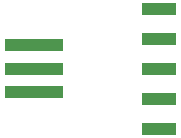
<source format=gts>
G04 #@! TF.GenerationSoftware,KiCad,Pcbnew,(5.0.0)*
G04 #@! TF.CreationDate,2018-11-03T02:43:51+01:00*
G04 #@! TF.ProjectId,GBPrinter Emulator Minimal,47425072696E74657220456D756C6174,rev?*
G04 #@! TF.SameCoordinates,Original*
G04 #@! TF.FileFunction,Soldermask,Top*
G04 #@! TF.FilePolarity,Negative*
%FSLAX46Y46*%
G04 Gerber Fmt 4.6, Leading zero omitted, Abs format (unit mm)*
G04 Created by KiCad (PCBNEW (5.0.0)) date 11/03/18 02:43:51*
%MOMM*%
%LPD*%
G01*
G04 APERTURE LIST*
%ADD10R,3.000000X1.000000*%
%ADD11R,5.000000X1.000000*%
G04 APERTURE END LIST*
D10*
G04 #@! TO.C,*
X76762560Y-58498740D03*
X76762560Y-55958740D03*
X76762560Y-66118740D03*
X76762560Y-61038740D03*
X76762560Y-63578740D03*
G04 #@! TD*
D11*
G04 #@! TO.C,GBLink*
X66189860Y-59039825D03*
X66189860Y-63039825D03*
X66189860Y-61039825D03*
G04 #@! TD*
M02*

</source>
